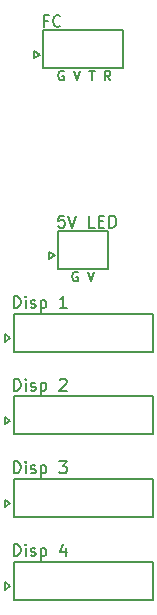
<source format=gbr>
%TF.GenerationSoftware,KiCad,Pcbnew,8.0.9*%
%TF.CreationDate,2026-01-01T18:04:30+09:00*%
%TF.ProjectId,Main,4d61696e-2e6b-4696-9361-645f70636258,rev?*%
%TF.SameCoordinates,Original*%
%TF.FileFunction,Legend,Top*%
%TF.FilePolarity,Positive*%
%FSLAX46Y46*%
G04 Gerber Fmt 4.6, Leading zero omitted, Abs format (unit mm)*
G04 Created by KiCad (PCBNEW 8.0.9) date 2026-01-01 18:04:30*
%MOMM*%
%LPD*%
G01*
G04 APERTURE LIST*
%ADD10C,0.150000*%
%ADD11C,0.127000*%
G04 APERTURE END LIST*
D10*
X143208207Y-76432390D02*
X143132017Y-76394295D01*
X143132017Y-76394295D02*
X143017731Y-76394295D01*
X143017731Y-76394295D02*
X142903445Y-76432390D01*
X142903445Y-76432390D02*
X142827255Y-76508580D01*
X142827255Y-76508580D02*
X142789160Y-76584771D01*
X142789160Y-76584771D02*
X142751064Y-76737152D01*
X142751064Y-76737152D02*
X142751064Y-76851438D01*
X142751064Y-76851438D02*
X142789160Y-77003819D01*
X142789160Y-77003819D02*
X142827255Y-77080009D01*
X142827255Y-77080009D02*
X142903445Y-77156200D01*
X142903445Y-77156200D02*
X143017731Y-77194295D01*
X143017731Y-77194295D02*
X143093922Y-77194295D01*
X143093922Y-77194295D02*
X143208207Y-77156200D01*
X143208207Y-77156200D02*
X143246303Y-77118104D01*
X143246303Y-77118104D02*
X143246303Y-76851438D01*
X143246303Y-76851438D02*
X143093922Y-76851438D01*
X144084398Y-76394295D02*
X144351065Y-77194295D01*
X144351065Y-77194295D02*
X144617731Y-76394295D01*
X145379636Y-76394295D02*
X145836779Y-76394295D01*
X145608207Y-77194295D02*
X145608207Y-76394295D01*
X147170113Y-77194295D02*
X146903446Y-76813342D01*
X146712970Y-77194295D02*
X146712970Y-76394295D01*
X146712970Y-76394295D02*
X147017732Y-76394295D01*
X147017732Y-76394295D02*
X147093922Y-76432390D01*
X147093922Y-76432390D02*
X147132017Y-76470485D01*
X147132017Y-76470485D02*
X147170113Y-76546676D01*
X147170113Y-76546676D02*
X147170113Y-76660961D01*
X147170113Y-76660961D02*
X147132017Y-76737152D01*
X147132017Y-76737152D02*
X147093922Y-76775247D01*
X147093922Y-76775247D02*
X147017732Y-76813342D01*
X147017732Y-76813342D02*
X146712970Y-76813342D01*
X144408207Y-93432390D02*
X144332017Y-93394295D01*
X144332017Y-93394295D02*
X144217731Y-93394295D01*
X144217731Y-93394295D02*
X144103445Y-93432390D01*
X144103445Y-93432390D02*
X144027255Y-93508580D01*
X144027255Y-93508580D02*
X143989160Y-93584771D01*
X143989160Y-93584771D02*
X143951064Y-93737152D01*
X143951064Y-93737152D02*
X143951064Y-93851438D01*
X143951064Y-93851438D02*
X143989160Y-94003819D01*
X143989160Y-94003819D02*
X144027255Y-94080009D01*
X144027255Y-94080009D02*
X144103445Y-94156200D01*
X144103445Y-94156200D02*
X144217731Y-94194295D01*
X144217731Y-94194295D02*
X144293922Y-94194295D01*
X144293922Y-94194295D02*
X144408207Y-94156200D01*
X144408207Y-94156200D02*
X144446303Y-94118104D01*
X144446303Y-94118104D02*
X144446303Y-93851438D01*
X144446303Y-93851438D02*
X144293922Y-93851438D01*
X145284398Y-93394295D02*
X145551065Y-94194295D01*
X145551065Y-94194295D02*
X145817731Y-93394295D01*
X138985714Y-117454819D02*
X138985714Y-116454819D01*
X138985714Y-116454819D02*
X139223809Y-116454819D01*
X139223809Y-116454819D02*
X139366666Y-116502438D01*
X139366666Y-116502438D02*
X139461904Y-116597676D01*
X139461904Y-116597676D02*
X139509523Y-116692914D01*
X139509523Y-116692914D02*
X139557142Y-116883390D01*
X139557142Y-116883390D02*
X139557142Y-117026247D01*
X139557142Y-117026247D02*
X139509523Y-117216723D01*
X139509523Y-117216723D02*
X139461904Y-117311961D01*
X139461904Y-117311961D02*
X139366666Y-117407200D01*
X139366666Y-117407200D02*
X139223809Y-117454819D01*
X139223809Y-117454819D02*
X138985714Y-117454819D01*
X139985714Y-117454819D02*
X139985714Y-116788152D01*
X139985714Y-116454819D02*
X139938095Y-116502438D01*
X139938095Y-116502438D02*
X139985714Y-116550057D01*
X139985714Y-116550057D02*
X140033333Y-116502438D01*
X140033333Y-116502438D02*
X139985714Y-116454819D01*
X139985714Y-116454819D02*
X139985714Y-116550057D01*
X140414285Y-117407200D02*
X140509523Y-117454819D01*
X140509523Y-117454819D02*
X140699999Y-117454819D01*
X140699999Y-117454819D02*
X140795237Y-117407200D01*
X140795237Y-117407200D02*
X140842856Y-117311961D01*
X140842856Y-117311961D02*
X140842856Y-117264342D01*
X140842856Y-117264342D02*
X140795237Y-117169104D01*
X140795237Y-117169104D02*
X140699999Y-117121485D01*
X140699999Y-117121485D02*
X140557142Y-117121485D01*
X140557142Y-117121485D02*
X140461904Y-117073866D01*
X140461904Y-117073866D02*
X140414285Y-116978628D01*
X140414285Y-116978628D02*
X140414285Y-116931009D01*
X140414285Y-116931009D02*
X140461904Y-116835771D01*
X140461904Y-116835771D02*
X140557142Y-116788152D01*
X140557142Y-116788152D02*
X140699999Y-116788152D01*
X140699999Y-116788152D02*
X140795237Y-116835771D01*
X141271428Y-116788152D02*
X141271428Y-117788152D01*
X141271428Y-116835771D02*
X141366666Y-116788152D01*
X141366666Y-116788152D02*
X141557142Y-116788152D01*
X141557142Y-116788152D02*
X141652380Y-116835771D01*
X141652380Y-116835771D02*
X141699999Y-116883390D01*
X141699999Y-116883390D02*
X141747618Y-116978628D01*
X141747618Y-116978628D02*
X141747618Y-117264342D01*
X141747618Y-117264342D02*
X141699999Y-117359580D01*
X141699999Y-117359580D02*
X141652380Y-117407200D01*
X141652380Y-117407200D02*
X141557142Y-117454819D01*
X141557142Y-117454819D02*
X141366666Y-117454819D01*
X141366666Y-117454819D02*
X141271428Y-117407200D01*
X143366666Y-116788152D02*
X143366666Y-117454819D01*
X143128571Y-116407200D02*
X142890476Y-117121485D01*
X142890476Y-117121485D02*
X143509523Y-117121485D01*
X138985714Y-96454819D02*
X138985714Y-95454819D01*
X138985714Y-95454819D02*
X139223809Y-95454819D01*
X139223809Y-95454819D02*
X139366666Y-95502438D01*
X139366666Y-95502438D02*
X139461904Y-95597676D01*
X139461904Y-95597676D02*
X139509523Y-95692914D01*
X139509523Y-95692914D02*
X139557142Y-95883390D01*
X139557142Y-95883390D02*
X139557142Y-96026247D01*
X139557142Y-96026247D02*
X139509523Y-96216723D01*
X139509523Y-96216723D02*
X139461904Y-96311961D01*
X139461904Y-96311961D02*
X139366666Y-96407200D01*
X139366666Y-96407200D02*
X139223809Y-96454819D01*
X139223809Y-96454819D02*
X138985714Y-96454819D01*
X139985714Y-96454819D02*
X139985714Y-95788152D01*
X139985714Y-95454819D02*
X139938095Y-95502438D01*
X139938095Y-95502438D02*
X139985714Y-95550057D01*
X139985714Y-95550057D02*
X140033333Y-95502438D01*
X140033333Y-95502438D02*
X139985714Y-95454819D01*
X139985714Y-95454819D02*
X139985714Y-95550057D01*
X140414285Y-96407200D02*
X140509523Y-96454819D01*
X140509523Y-96454819D02*
X140699999Y-96454819D01*
X140699999Y-96454819D02*
X140795237Y-96407200D01*
X140795237Y-96407200D02*
X140842856Y-96311961D01*
X140842856Y-96311961D02*
X140842856Y-96264342D01*
X140842856Y-96264342D02*
X140795237Y-96169104D01*
X140795237Y-96169104D02*
X140699999Y-96121485D01*
X140699999Y-96121485D02*
X140557142Y-96121485D01*
X140557142Y-96121485D02*
X140461904Y-96073866D01*
X140461904Y-96073866D02*
X140414285Y-95978628D01*
X140414285Y-95978628D02*
X140414285Y-95931009D01*
X140414285Y-95931009D02*
X140461904Y-95835771D01*
X140461904Y-95835771D02*
X140557142Y-95788152D01*
X140557142Y-95788152D02*
X140699999Y-95788152D01*
X140699999Y-95788152D02*
X140795237Y-95835771D01*
X141271428Y-95788152D02*
X141271428Y-96788152D01*
X141271428Y-95835771D02*
X141366666Y-95788152D01*
X141366666Y-95788152D02*
X141557142Y-95788152D01*
X141557142Y-95788152D02*
X141652380Y-95835771D01*
X141652380Y-95835771D02*
X141699999Y-95883390D01*
X141699999Y-95883390D02*
X141747618Y-95978628D01*
X141747618Y-95978628D02*
X141747618Y-96264342D01*
X141747618Y-96264342D02*
X141699999Y-96359580D01*
X141699999Y-96359580D02*
X141652380Y-96407200D01*
X141652380Y-96407200D02*
X141557142Y-96454819D01*
X141557142Y-96454819D02*
X141366666Y-96454819D01*
X141366666Y-96454819D02*
X141271428Y-96407200D01*
X143461904Y-96454819D02*
X142890476Y-96454819D01*
X143176190Y-96454819D02*
X143176190Y-95454819D01*
X143176190Y-95454819D02*
X143080952Y-95597676D01*
X143080952Y-95597676D02*
X142985714Y-95692914D01*
X142985714Y-95692914D02*
X142890476Y-95740533D01*
X138985714Y-103454819D02*
X138985714Y-102454819D01*
X138985714Y-102454819D02*
X139223809Y-102454819D01*
X139223809Y-102454819D02*
X139366666Y-102502438D01*
X139366666Y-102502438D02*
X139461904Y-102597676D01*
X139461904Y-102597676D02*
X139509523Y-102692914D01*
X139509523Y-102692914D02*
X139557142Y-102883390D01*
X139557142Y-102883390D02*
X139557142Y-103026247D01*
X139557142Y-103026247D02*
X139509523Y-103216723D01*
X139509523Y-103216723D02*
X139461904Y-103311961D01*
X139461904Y-103311961D02*
X139366666Y-103407200D01*
X139366666Y-103407200D02*
X139223809Y-103454819D01*
X139223809Y-103454819D02*
X138985714Y-103454819D01*
X139985714Y-103454819D02*
X139985714Y-102788152D01*
X139985714Y-102454819D02*
X139938095Y-102502438D01*
X139938095Y-102502438D02*
X139985714Y-102550057D01*
X139985714Y-102550057D02*
X140033333Y-102502438D01*
X140033333Y-102502438D02*
X139985714Y-102454819D01*
X139985714Y-102454819D02*
X139985714Y-102550057D01*
X140414285Y-103407200D02*
X140509523Y-103454819D01*
X140509523Y-103454819D02*
X140699999Y-103454819D01*
X140699999Y-103454819D02*
X140795237Y-103407200D01*
X140795237Y-103407200D02*
X140842856Y-103311961D01*
X140842856Y-103311961D02*
X140842856Y-103264342D01*
X140842856Y-103264342D02*
X140795237Y-103169104D01*
X140795237Y-103169104D02*
X140699999Y-103121485D01*
X140699999Y-103121485D02*
X140557142Y-103121485D01*
X140557142Y-103121485D02*
X140461904Y-103073866D01*
X140461904Y-103073866D02*
X140414285Y-102978628D01*
X140414285Y-102978628D02*
X140414285Y-102931009D01*
X140414285Y-102931009D02*
X140461904Y-102835771D01*
X140461904Y-102835771D02*
X140557142Y-102788152D01*
X140557142Y-102788152D02*
X140699999Y-102788152D01*
X140699999Y-102788152D02*
X140795237Y-102835771D01*
X141271428Y-102788152D02*
X141271428Y-103788152D01*
X141271428Y-102835771D02*
X141366666Y-102788152D01*
X141366666Y-102788152D02*
X141557142Y-102788152D01*
X141557142Y-102788152D02*
X141652380Y-102835771D01*
X141652380Y-102835771D02*
X141699999Y-102883390D01*
X141699999Y-102883390D02*
X141747618Y-102978628D01*
X141747618Y-102978628D02*
X141747618Y-103264342D01*
X141747618Y-103264342D02*
X141699999Y-103359580D01*
X141699999Y-103359580D02*
X141652380Y-103407200D01*
X141652380Y-103407200D02*
X141557142Y-103454819D01*
X141557142Y-103454819D02*
X141366666Y-103454819D01*
X141366666Y-103454819D02*
X141271428Y-103407200D01*
X142890476Y-102550057D02*
X142938095Y-102502438D01*
X142938095Y-102502438D02*
X143033333Y-102454819D01*
X143033333Y-102454819D02*
X143271428Y-102454819D01*
X143271428Y-102454819D02*
X143366666Y-102502438D01*
X143366666Y-102502438D02*
X143414285Y-102550057D01*
X143414285Y-102550057D02*
X143461904Y-102645295D01*
X143461904Y-102645295D02*
X143461904Y-102740533D01*
X143461904Y-102740533D02*
X143414285Y-102883390D01*
X143414285Y-102883390D02*
X142842857Y-103454819D01*
X142842857Y-103454819D02*
X143461904Y-103454819D01*
X143271428Y-88654819D02*
X142795238Y-88654819D01*
X142795238Y-88654819D02*
X142747619Y-89131009D01*
X142747619Y-89131009D02*
X142795238Y-89083390D01*
X142795238Y-89083390D02*
X142890476Y-89035771D01*
X142890476Y-89035771D02*
X143128571Y-89035771D01*
X143128571Y-89035771D02*
X143223809Y-89083390D01*
X143223809Y-89083390D02*
X143271428Y-89131009D01*
X143271428Y-89131009D02*
X143319047Y-89226247D01*
X143319047Y-89226247D02*
X143319047Y-89464342D01*
X143319047Y-89464342D02*
X143271428Y-89559580D01*
X143271428Y-89559580D02*
X143223809Y-89607200D01*
X143223809Y-89607200D02*
X143128571Y-89654819D01*
X143128571Y-89654819D02*
X142890476Y-89654819D01*
X142890476Y-89654819D02*
X142795238Y-89607200D01*
X142795238Y-89607200D02*
X142747619Y-89559580D01*
X143604762Y-88654819D02*
X143938095Y-89654819D01*
X143938095Y-89654819D02*
X144271428Y-88654819D01*
X145842857Y-89654819D02*
X145366667Y-89654819D01*
X145366667Y-89654819D02*
X145366667Y-88654819D01*
X146176191Y-89131009D02*
X146509524Y-89131009D01*
X146652381Y-89654819D02*
X146176191Y-89654819D01*
X146176191Y-89654819D02*
X146176191Y-88654819D01*
X146176191Y-88654819D02*
X146652381Y-88654819D01*
X147080953Y-89654819D02*
X147080953Y-88654819D01*
X147080953Y-88654819D02*
X147319048Y-88654819D01*
X147319048Y-88654819D02*
X147461905Y-88702438D01*
X147461905Y-88702438D02*
X147557143Y-88797676D01*
X147557143Y-88797676D02*
X147604762Y-88892914D01*
X147604762Y-88892914D02*
X147652381Y-89083390D01*
X147652381Y-89083390D02*
X147652381Y-89226247D01*
X147652381Y-89226247D02*
X147604762Y-89416723D01*
X147604762Y-89416723D02*
X147557143Y-89511961D01*
X147557143Y-89511961D02*
X147461905Y-89607200D01*
X147461905Y-89607200D02*
X147319048Y-89654819D01*
X147319048Y-89654819D02*
X147080953Y-89654819D01*
X138985714Y-110454819D02*
X138985714Y-109454819D01*
X138985714Y-109454819D02*
X139223809Y-109454819D01*
X139223809Y-109454819D02*
X139366666Y-109502438D01*
X139366666Y-109502438D02*
X139461904Y-109597676D01*
X139461904Y-109597676D02*
X139509523Y-109692914D01*
X139509523Y-109692914D02*
X139557142Y-109883390D01*
X139557142Y-109883390D02*
X139557142Y-110026247D01*
X139557142Y-110026247D02*
X139509523Y-110216723D01*
X139509523Y-110216723D02*
X139461904Y-110311961D01*
X139461904Y-110311961D02*
X139366666Y-110407200D01*
X139366666Y-110407200D02*
X139223809Y-110454819D01*
X139223809Y-110454819D02*
X138985714Y-110454819D01*
X139985714Y-110454819D02*
X139985714Y-109788152D01*
X139985714Y-109454819D02*
X139938095Y-109502438D01*
X139938095Y-109502438D02*
X139985714Y-109550057D01*
X139985714Y-109550057D02*
X140033333Y-109502438D01*
X140033333Y-109502438D02*
X139985714Y-109454819D01*
X139985714Y-109454819D02*
X139985714Y-109550057D01*
X140414285Y-110407200D02*
X140509523Y-110454819D01*
X140509523Y-110454819D02*
X140699999Y-110454819D01*
X140699999Y-110454819D02*
X140795237Y-110407200D01*
X140795237Y-110407200D02*
X140842856Y-110311961D01*
X140842856Y-110311961D02*
X140842856Y-110264342D01*
X140842856Y-110264342D02*
X140795237Y-110169104D01*
X140795237Y-110169104D02*
X140699999Y-110121485D01*
X140699999Y-110121485D02*
X140557142Y-110121485D01*
X140557142Y-110121485D02*
X140461904Y-110073866D01*
X140461904Y-110073866D02*
X140414285Y-109978628D01*
X140414285Y-109978628D02*
X140414285Y-109931009D01*
X140414285Y-109931009D02*
X140461904Y-109835771D01*
X140461904Y-109835771D02*
X140557142Y-109788152D01*
X140557142Y-109788152D02*
X140699999Y-109788152D01*
X140699999Y-109788152D02*
X140795237Y-109835771D01*
X141271428Y-109788152D02*
X141271428Y-110788152D01*
X141271428Y-109835771D02*
X141366666Y-109788152D01*
X141366666Y-109788152D02*
X141557142Y-109788152D01*
X141557142Y-109788152D02*
X141652380Y-109835771D01*
X141652380Y-109835771D02*
X141699999Y-109883390D01*
X141699999Y-109883390D02*
X141747618Y-109978628D01*
X141747618Y-109978628D02*
X141747618Y-110264342D01*
X141747618Y-110264342D02*
X141699999Y-110359580D01*
X141699999Y-110359580D02*
X141652380Y-110407200D01*
X141652380Y-110407200D02*
X141557142Y-110454819D01*
X141557142Y-110454819D02*
X141366666Y-110454819D01*
X141366666Y-110454819D02*
X141271428Y-110407200D01*
X142842857Y-109454819D02*
X143461904Y-109454819D01*
X143461904Y-109454819D02*
X143128571Y-109835771D01*
X143128571Y-109835771D02*
X143271428Y-109835771D01*
X143271428Y-109835771D02*
X143366666Y-109883390D01*
X143366666Y-109883390D02*
X143414285Y-109931009D01*
X143414285Y-109931009D02*
X143461904Y-110026247D01*
X143461904Y-110026247D02*
X143461904Y-110264342D01*
X143461904Y-110264342D02*
X143414285Y-110359580D01*
X143414285Y-110359580D02*
X143366666Y-110407200D01*
X143366666Y-110407200D02*
X143271428Y-110454819D01*
X143271428Y-110454819D02*
X142985714Y-110454819D01*
X142985714Y-110454819D02*
X142890476Y-110407200D01*
X142890476Y-110407200D02*
X142842857Y-110359580D01*
X141842857Y-72131009D02*
X141509524Y-72131009D01*
X141509524Y-72654819D02*
X141509524Y-71654819D01*
X141509524Y-71654819D02*
X141985714Y-71654819D01*
X142938095Y-72559580D02*
X142890476Y-72607200D01*
X142890476Y-72607200D02*
X142747619Y-72654819D01*
X142747619Y-72654819D02*
X142652381Y-72654819D01*
X142652381Y-72654819D02*
X142509524Y-72607200D01*
X142509524Y-72607200D02*
X142414286Y-72511961D01*
X142414286Y-72511961D02*
X142366667Y-72416723D01*
X142366667Y-72416723D02*
X142319048Y-72226247D01*
X142319048Y-72226247D02*
X142319048Y-72083390D01*
X142319048Y-72083390D02*
X142366667Y-71892914D01*
X142366667Y-71892914D02*
X142414286Y-71797676D01*
X142414286Y-71797676D02*
X142509524Y-71702438D01*
X142509524Y-71702438D02*
X142652381Y-71654819D01*
X142652381Y-71654819D02*
X142747619Y-71654819D01*
X142747619Y-71654819D02*
X142890476Y-71702438D01*
X142890476Y-71702438D02*
X142938095Y-71750057D01*
D11*
%TO.C,J5*%
X138200000Y-119700000D02*
X138700000Y-120000000D01*
X138200000Y-120300000D02*
X138200000Y-119700000D01*
X138700000Y-120000000D02*
X138200000Y-120300000D01*
X139000000Y-117950000D02*
X150750000Y-117950000D01*
X139000000Y-121150000D02*
X139000000Y-117950000D01*
X150750000Y-117950000D02*
X150750000Y-121150000D01*
X150750000Y-121150000D02*
X139000000Y-121150000D01*
%TO.C,J2*%
X138200000Y-98700000D02*
X138700000Y-99000000D01*
X138200000Y-99300000D02*
X138200000Y-98700000D01*
X138700000Y-99000000D02*
X138200000Y-99300000D01*
X139000000Y-96950000D02*
X150750000Y-96950000D01*
X139000000Y-100150000D02*
X139000000Y-96950000D01*
X150750000Y-96950000D02*
X150750000Y-100150000D01*
X150750000Y-100150000D02*
X139000000Y-100150000D01*
%TO.C,J3*%
X138200000Y-105700000D02*
X138700000Y-106000000D01*
X138200000Y-106300000D02*
X138200000Y-105700000D01*
X138700000Y-106000000D02*
X138200000Y-106300000D01*
X139000000Y-103950000D02*
X150750000Y-103950000D01*
X139000000Y-107150000D02*
X139000000Y-103950000D01*
X150750000Y-103950000D02*
X150750000Y-107150000D01*
X150750000Y-107150000D02*
X139000000Y-107150000D01*
%TO.C,J7*%
X141950000Y-91700000D02*
X142450000Y-92000000D01*
X141950000Y-92300000D02*
X141950000Y-91700000D01*
X142450000Y-92000000D02*
X141950000Y-92300000D01*
X142750000Y-89950000D02*
X147000000Y-89950000D01*
X142750000Y-93150000D02*
X142750000Y-89950000D01*
X147000000Y-89950000D02*
X147000000Y-93150000D01*
X147000000Y-93150000D02*
X142750000Y-93150000D01*
%TO.C,J4*%
X138200000Y-112700000D02*
X138700000Y-113000000D01*
X138200000Y-113300000D02*
X138200000Y-112700000D01*
X138700000Y-113000000D02*
X138200000Y-113300000D01*
X139000000Y-110950000D02*
X150750000Y-110950000D01*
X139000000Y-114150000D02*
X139000000Y-110950000D01*
X150750000Y-110950000D02*
X150750000Y-114150000D01*
X150750000Y-114150000D02*
X139000000Y-114150000D01*
%TO.C,J6*%
X140700000Y-74700000D02*
X141200000Y-75000000D01*
X140700000Y-75300000D02*
X140700000Y-74700000D01*
X141200000Y-75000000D02*
X140700000Y-75300000D01*
X141500000Y-72950000D02*
X148250000Y-72950000D01*
X141500000Y-76150000D02*
X141500000Y-72950000D01*
X148250000Y-72950000D02*
X148250000Y-76150000D01*
X148250000Y-76150000D02*
X141500000Y-76150000D01*
%TD*%
M02*

</source>
